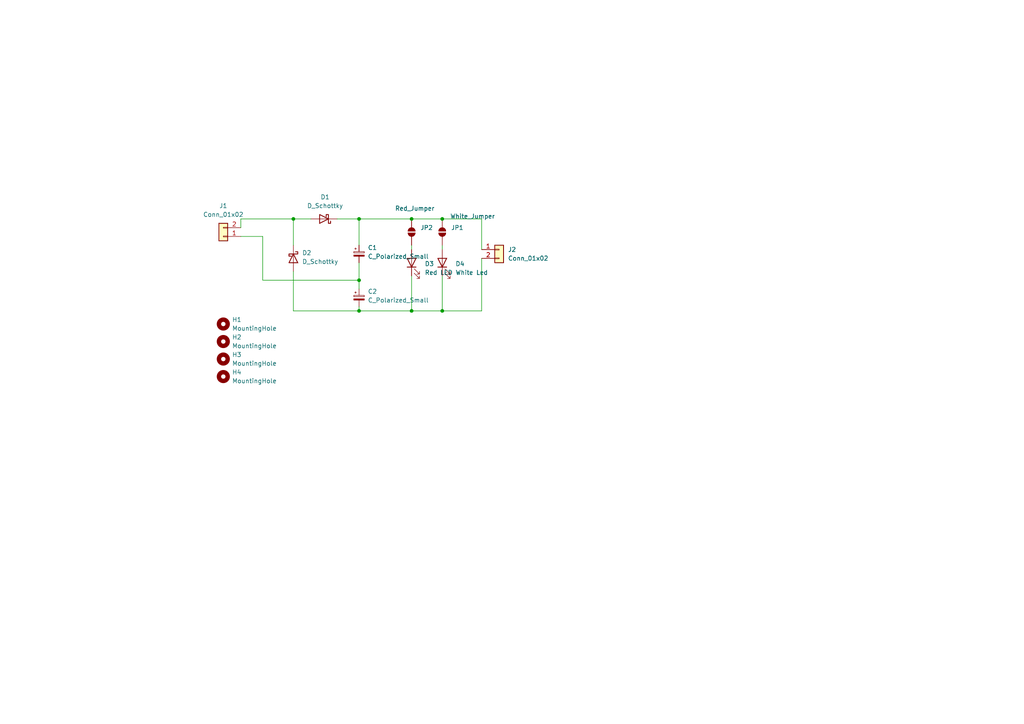
<source format=kicad_sch>
(kicad_sch (version 20231120) (generator "eeschema") (generator_version "8.0")
  (paper "A4")
  (lib_symbols
    (symbol "Connector_Generic:Conn_01x02" (pin_names (offset 1.016) hide)
      (property "Reference" "J" (at 0 2.54 0))
      (property "Value" "Conn_01x02" (at 0 -5.08 0))
      (symbol "Conn_01x02_1_1"
        (rectangle (start -1.27 -2.413) (end 0 -2.667) (stroke (width 0.1524)))
        (rectangle (start -1.27 0.127) (end 0 -0.127) (stroke (width 0.1524)))
        (rectangle (start -1.27 1.27) (end 1.27 -3.81) (stroke (width 0.254)) (fill (type background)))
        (pin passive line (at -5.08 0 0) (length 3.81) (name "Pin_1") (number "1"))
        (pin passive line (at -5.08 -2.54 0) (length 3.81) (name "Pin_2") (number "2"))
      )
    )
    (symbol "Device:C_Polarized_Small" (pin_numbers hide) (pin_names (offset 0.254) hide)
      (property "Reference" "C" (at 0.254 1.778 0))
      (property "Value" "C_Polarized_Small" (at 0.254 -2.032 0))
      (symbol "C_Polarized_Small_0_1"
        (rectangle (start -1.524 -0.3048) (end 1.524 -0.6858) (fill (type outline)))
        (rectangle (start -1.524 0.6858) (end 1.524 0.3048))
        (polyline (pts (xy -1.27 1.524) (xy -0.762 1.524)))
        (polyline (pts (xy -1.016 1.27) (xy -1.016 1.778)))
      )
      (symbol "C_Polarized_Small_1_1"
        (pin passive line (at 0 2.54 270) (length 1.8542) (name "~") (number "1"))
        (pin passive line (at 0 -2.54 90) (length 1.8542) (name "~") (number "2"))
      )
    )
    (symbol "Device:D_Schottky" (pin_numbers hide) (pin_names (offset 1.016) hide)
      (property "Reference" "D" (at 0 2.54 0))
      (property "Value" "D_Schottky" (at 0 -2.54 0))
      (symbol "D_Schottky_0_1"
        (polyline (pts (xy 1.27 0) (xy -1.27 0)))
        (polyline (pts (xy 1.27 1.27) (xy 1.27 -1.27) (xy -1.27 0) (xy 1.27 1.27)) (stroke (width 0.254)))
        (polyline (pts (xy -1.905 0.635) (xy -1.905 1.27) (xy -1.27 1.27) (xy -1.27 -1.27) (xy -0.635 -1.27) (xy -0.635 -0.635)) (stroke (width 0.254)))
      )
      (symbol "D_Schottky_1_1"
        (pin passive line (at -3.81 0 0) (length 2.54) (name "K") (number "1"))
        (pin passive line (at 3.81 0 180) (length 2.54) (name "A") (number "2"))
      )
    )
    (symbol "Device:LED" (pin_numbers hide) (pin_names (offset 1.016) hide)
      (property "Reference" "D" (at 0 2.54 0))
      (property "Value" "LED" (at 0 -2.54 0))
      (symbol "LED_0_1"
        (polyline (pts (xy -1.27 -1.27) (xy -1.27 1.27)) (stroke (width 0.254)))
        (polyline (pts (xy -1.27 0) (xy 1.27 0)))
        (polyline (pts (xy 1.27 -1.27) (xy 1.27 1.27) (xy -1.27 0) (xy 1.27 -1.27)) (stroke (width 0.254)))
        (polyline (pts (xy -3.048 -0.762) (xy -4.572 -2.286) (xy -3.81 -2.286) (xy -4.572 -2.286) (xy -4.572 -1.524)))
        (polyline (pts (xy -1.778 -0.762) (xy -3.302 -2.286) (xy -2.54 -2.286) (xy -3.302 -2.286) (xy -3.302 -1.524)))
      )
      (symbol "LED_1_1"
        (pin passive line (at -3.81 0 0) (length 2.54) (name "K") (number "1"))
        (pin passive line (at 3.81 0 180) (length 2.54) (name "A") (number "2"))
      )
    )
    (symbol "Jumper:SolderJumper_2_Open" (pin_numbers hide) (pin_names (offset 0) hide) (exclude_from_sim yes) (in_bom no)
      (property "Reference" "JP" (at 0 2.032 0))
      (property "Value" "SolderJumper_2_Open" (at 0 -2.54 0))
      (symbol "SolderJumper_2_Open_0_1"
        (arc (start -0.254 1.016) (mid -1.2656 0) (end -0.254 -1.016))
        (arc (start -0.254 1.016) (mid -1.2656 0) (end -0.254 -1.016) (fill (type outline)))
        (polyline (pts (xy -0.254 1.016) (xy -0.254 -1.016)))
        (polyline (pts (xy 0.254 1.016) (xy 0.254 -1.016)))
        (arc (start 0.254 -1.016) (mid 1.2656 0) (end 0.254 1.016))
        (arc (start 0.254 -1.016) (mid 1.2656 0) (end 0.254 1.016) (fill (type outline)))
      )
      (symbol "SolderJumper_2_Open_1_1"
        (pin passive line (at -3.81 0 0) (length 2.54) (name "A") (number "1"))
        (pin passive line (at 3.81 0 180) (length 2.54) (name "B") (number "2"))
      )
    )
    (symbol "Mechanical:MountingHole" (pin_names (offset 1.016)) (exclude_from_sim yes) (in_bom no)
      (property "Reference" "H" (at 0 5.08 0))
      (property "Value" "MountingHole" (at 0 3.175 0))
      (symbol "MountingHole_0_1"
        (circle (center 0 0) (radius 1.27) (stroke (width 1.27)))
      )
    )
  )
  (junction (at 119.38 90.17))
  (junction (at 104.14 63.5))
  (junction (at 119.38 63.5))
  (junction (at 85.09 63.5))
  (junction (at 128.27 90.17))
  (junction (at 128.27 63.5))
  (junction (at 104.14 81.28))
  (junction (at 104.14 90.17))
  (wire (pts (xy 76.2 81.28) (xy 104.14 81.28)))
  (wire (pts (xy 128.27 80.01) (xy 128.27 90.17)))
  (wire (pts (xy 69.85 63.5) (xy 85.09 63.5)))
  (wire (pts (xy 139.7 74.93) (xy 139.7 90.17)))
  (wire (pts (xy 119.38 63.5) (xy 128.27 63.5)))
  (wire (pts (xy 119.38 90.17) (xy 104.14 90.17)))
  (wire (pts (xy 119.38 80.01) (xy 119.38 90.17)))
  (wire (pts (xy 119.38 71.12) (xy 119.38 72.39)))
  (wire (pts (xy 69.85 68.58) (xy 76.2 68.58)))
  (wire (pts (xy 104.14 81.28) (xy 104.14 83.82)))
  (wire (pts (xy 128.27 63.5) (xy 139.7 63.5)))
  (wire (pts (xy 104.14 76.2) (xy 104.14 81.28)))
  (wire (pts (xy 139.7 90.17) (xy 128.27 90.17)))
  (wire (pts (xy 104.14 63.5) (xy 97.79 63.5)))
  (wire (pts (xy 85.09 63.5) (xy 90.17 63.5)))
  (wire (pts (xy 104.14 63.5) (xy 119.38 63.5)))
  (wire (pts (xy 69.85 63.5) (xy 69.85 66.04)))
  (wire (pts (xy 85.09 63.5) (xy 85.09 71.12)))
  (wire (pts (xy 128.27 71.12) (xy 128.27 72.39)))
  (wire (pts (xy 104.14 63.5) (xy 104.14 71.12)))
  (wire (pts (xy 104.14 88.9) (xy 104.14 90.17)))
  (wire (pts (xy 85.09 78.74) (xy 85.09 90.17)))
  (wire (pts (xy 85.09 90.17) (xy 104.14 90.17)))
  (wire (pts (xy 76.2 68.58) (xy 76.2 81.28)))
  (wire (pts (xy 128.27 90.17) (xy 119.38 90.17)))
  (wire (pts (xy 139.7 63.5) (xy 139.7 72.39)))
  (symbol (lib_id "Jumper:SolderJumper_2_Open") (at 119.38 67.31 90) (unit 1) (exclude_from_sim yes) (in_bom no)
    (property "Reference" "JP2" (at 121.92 66.0399 90) (effects (justify right)))
    (property "Value" "Red_Jumper" (at 114.554 60.452 90) (effects (justify right)))
    (property "Footprint" "Jumper:SolderJumper-2_P1.3mm_Open_RoundedPad1.0x1.5mm" (effects (hide yes)))
    (property "Description" "Solder Jumper, 2-pole, open" (effects (hide yes)))
  )
  (symbol (lib_id "Device:D_Schottky") (at 85.09 74.93 270) (unit 1)
    (property "Reference" "D2" (at 87.63 73.3424 90) (effects (justify left)))
    (property "Value" "D_Schottky" (at 87.63 75.8824 90) (effects (justify left)))
    (property "Footprint" "Diode_SMD:D_SOD-123" (effects (hide yes)))
    (property "Description" "Schottky diode" (effects (hide yes)))
  )
  (symbol (lib_id "Mechanical:MountingHole") (at 64.77 99.06 0) (unit 1) (exclude_from_sim yes) (in_bom no)
    (property "Reference" "H2" (at 67.31 97.7899 0) (effects (justify left)))
    (property "Value" "MountingHole" (at 67.31 100.3299 0) (effects (justify left)))
    (property "Footprint" "MountingHole:MountingHole_2.2mm_M2" (effects (hide yes)))
    (property "Description" "Mounting Hole without connection" (effects (hide yes)))
  )
  (symbol (lib_id "Device:D_Schottky") (at 93.98 63.5 180) (unit 1)
    (property "Reference" "D1" (at 94.2975 57.15 0))
    (property "Value" "D_Schottky" (at 94.2975 59.69 0))
    (property "Footprint" "Diode_SMD:D_SOD-123" (effects (hide yes)))
    (property "Description" "Schottky diode" (effects (hide yes)))
  )
  (symbol (lib_id "Mechanical:MountingHole") (at 64.77 104.14 0) (unit 1) (exclude_from_sim yes) (in_bom no)
    (property "Reference" "H3" (at 67.31 102.8699 0) (effects (justify left)))
    (property "Value" "MountingHole" (at 67.31 105.4099 0) (effects (justify left)))
    (property "Footprint" "MountingHole:MountingHole_2.2mm_M2" (effects (hide yes)))
    (property "Description" "Mounting Hole without connection" (effects (hide yes)))
  )
  (symbol (lib_id "Device:LED") (at 119.38 76.2 90) (unit 1)
    (property "Reference" "D3" (at 123.19 76.5174 90) (effects (justify right)))
    (property "Value" "Red LED" (at 123.19 79.0574 90) (effects (justify right)))
    (property "Footprint" "LED_SMD:LED_1206_3216Metric" (effects (hide yes)))
    (property "Description" "Light emitting diode" (effects (hide yes)))
  )
  (symbol (lib_id "Connector_Generic:Conn_01x02") (at 144.78 72.39 0) (unit 1)
    (property "Reference" "J2" (at 147.32 72.3899 0) (effects (justify left)))
    (property "Value" "Conn_01x02" (at 147.32 74.9299 0) (effects (justify left)))
    (property "Footprint" "Connector_PinHeader_2.54mm:PinHeader_1x02_P2.54mm_Vertical" (effects (hide yes)))
    (property "Description" "Generic connector, single row, 01x02, script generated (kicad-library-utils/schlib/autogen/connector/)" (effects (hide yes)))
  )
  (symbol (lib_id "Device:C_Polarized_Small") (at 104.14 73.66 0) (unit 1)
    (property "Reference" "C1" (at 106.68 71.8438 0) (effects (justify left)))
    (property "Value" "C_Polarized_Small" (at 106.68 74.3838 0) (effects (justify left)))
    (property "Footprint" "Capacitor_SMD:CP_Elec_6.3x7.7" (effects (hide yes)))
    (property "Description" "Polarized capacitor, small symbol" (effects (hide yes)))
  )
  (symbol (lib_id "Device:C_Polarized_Small") (at 104.14 86.36 0) (unit 1)
    (property "Reference" "C2" (at 106.68 84.5438 0) (effects (justify left)))
    (property "Value" "C_Polarized_Small" (at 106.68 87.0838 0) (effects (justify left)))
    (property "Footprint" "Capacitor_SMD:CP_Elec_6.3x7.7" (effects (hide yes)))
    (property "Description" "Polarized capacitor, small symbol" (effects (hide yes)))
  )
  (symbol (lib_id "Jumper:SolderJumper_2_Open") (at 128.27 67.31 90) (unit 1) (exclude_from_sim yes) (in_bom no)
    (property "Reference" "JP1" (at 130.81 66.0399 90) (effects (justify right)))
    (property "Value" "White_Jumper" (at 130.556 62.738 90) (effects (justify right)))
    (property "Footprint" "Jumper:SolderJumper-2_P1.3mm_Open_RoundedPad1.0x1.5mm" (effects (hide yes)))
    (property "Description" "Solder Jumper, 2-pole, open" (effects (hide yes)))
  )
  (symbol (lib_id "Mechanical:MountingHole") (at 64.77 109.22 0) (unit 1) (exclude_from_sim yes) (in_bom no)
    (property "Reference" "H4" (at 67.31 107.9499 0) (effects (justify left)))
    (property "Value" "MountingHole" (at 67.31 110.4899 0) (effects (justify left)))
    (property "Footprint" "MountingHole:MountingHole_2.2mm_M2" (effects (hide yes)))
    (property "Description" "Mounting Hole without connection" (effects (hide yes)))
  )
  (symbol (lib_id "Device:LED") (at 128.27 76.2 90) (unit 1)
    (property "Reference" "D4" (at 132.08 76.5174 90) (effects (justify right)))
    (property "Value" "White Led" (at 132.08 79.0574 90) (effects (justify right)))
    (property "Footprint" "LED_SMD:LED_1206_3216Metric" (effects (hide yes)))
    (property "Description" "Light emitting diode" (effects (hide yes)))
  )
  (symbol (lib_id "Connector_Generic:Conn_01x02") (at 64.77 68.58 180) (unit 1)
    (property "Reference" "J1" (at 64.77 59.69 0))
    (property "Value" "Conn_01x02" (at 64.77 62.23 0))
    (property "Footprint" "Connector_JST:JST_XH_B2B-XH-A_1x02_P2.50mm_Vertical" (effects (hide yes)))
    (property "Description" "Generic connector, single row, 01x02, script generated (kicad-library-utils/schlib/autogen/connector/)" (effects (hide yes)))
  )
  (symbol (lib_id "Mechanical:MountingHole") (at 64.77 93.98 0) (unit 1) (exclude_from_sim yes) (in_bom no)
    (property "Reference" "H1" (at 67.31 92.7099 0) (effects (justify left)))
    (property "Value" "MountingHole" (at 67.31 95.2499 0) (effects (justify left)))
    (property "Footprint" "MountingHole:MountingHole_2.2mm_M2" (effects (hide yes)))
    (property "Description" "Mounting Hole without connection" (effects (hide yes)))
  )
)
</source>
